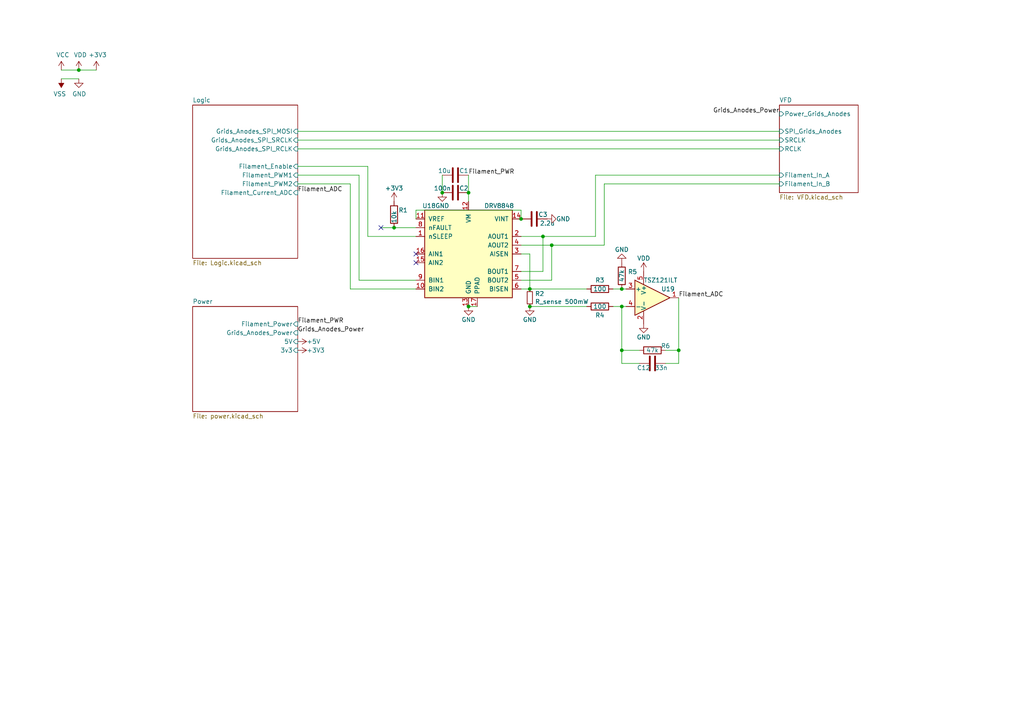
<source format=kicad_sch>
(kicad_sch (version 20211123) (generator eeschema)
  (paper "A4")
  (lib_symbols
    (symbol "Amplifier_Operational:NCS325" (pin_names (offset 0.127))
      (property "Reference" "U" (at 0 6.35 0))
      (property "Value" "NCS325" (at 0 3.81 0))
      (symbol "NCS325_0_1"
        (polyline (pts (xy -5.08 5.08) (xy 5.08 0) (xy -5.08 -5.08) (xy -5.08 5.08)) (stroke (width 0.254)) (fill (type background)))
      )
      (symbol "NCS325_1_1"
        (pin output line (at 7.62 0 180) (length 2.54) (name "~") (number "1"))
        (pin power_in line (at -2.54 -7.62 90) (length 3.81) (name "V-") (number "2"))
        (pin input line (at -7.62 2.54 0) (length 2.54) (name "+") (number "3"))
        (pin input line (at -7.62 -2.54 0) (length 2.54) (name "-") (number "4"))
        (pin power_in line (at -2.54 7.62 270) (length 3.81) (name "V+") (number "5"))
      )
    )
    (symbol "Device:C" (pin_numbers hide) (pin_names (offset 0.254))
      (property "Reference" "C" (at 0.635 2.54 0))
      (property "Value" "C" (at 0.635 -2.54 0))
      (symbol "C_0_1"
        (polyline (pts (xy -2.032 -0.762) (xy 2.032 -0.762)) (stroke (width 0.508)))
        (polyline (pts (xy -2.032 0.762) (xy 2.032 0.762)) (stroke (width 0.508)))
      )
      (symbol "C_1_1"
        (pin passive line (at 0 3.81 270) (length 2.794) (name "~") (number "1"))
        (pin passive line (at 0 -3.81 90) (length 2.794) (name "~") (number "2"))
      )
    )
    (symbol "Device:R" (pin_numbers hide) (pin_names (offset 0))
      (property "Reference" "R" (at 2.032 0 90))
      (property "Value" "R" (at 0 0 90))
      (symbol "R_0_1"
        (rectangle (start -1.016 -2.54) (end 1.016 2.54) (stroke (width 0.254)))
      )
      (symbol "R_1_1"
        (pin passive line (at 0 3.81 270) (length 1.27) (name "~") (number "1"))
        (pin passive line (at 0 -3.81 90) (length 1.27) (name "~") (number "2"))
      )
    )
    (symbol "Device:R_Small" (pin_numbers hide) (pin_names (offset 0.254) hide)
      (property "Reference" "R" (at 0.762 0.508 0))
      (property "Value" "R_Small" (at 0.762 -1.016 0))
      (symbol "R_Small_0_1"
        (rectangle (start -0.762 1.778) (end 0.762 -1.778) (stroke (width 0.2032)))
      )
      (symbol "R_Small_1_1"
        (pin passive line (at 0 2.54 270) (length 0.762) (name "~") (number "1"))
        (pin passive line (at 0 -2.54 90) (length 0.762) (name "~") (number "2"))
      )
    )
    (symbol "Driver_Motor:DRV8848" (pin_names (offset 1.016))
      (property "Reference" "U" (at -11.43 14.224 0))
      (property "Value" "DRV8848" (at 7.366 14.224 0))
      (symbol "DRV8848_0_1"
        (rectangle (start -12.7 12.7) (end 12.7 -12.7) (stroke (width 0.254)) (fill (type background)))
      )
      (symbol "DRV8848_1_1"
        (pin input line (at -15.24 5.08 0) (length 2.54) (name "nSLEEP") (number "1"))
        (pin input line (at -15.24 -10.16 0) (length 2.54) (name "BIN2") (number "10"))
        (pin input line (at -15.24 10.16 0) (length 2.54) (name "VREF") (number "11"))
        (pin power_in line (at 0 15.24 270) (length 2.54) (name "VM") (number "12"))
        (pin power_in line (at 0 -15.24 90) (length 2.54) (name "GND") (number "13"))
        (pin passive line (at 15.24 10.16 180) (length 2.54) (name "VINT") (number "14"))
        (pin input line (at -15.24 -2.54 0) (length 2.54) (name "AIN2") (number "15"))
        (pin input line (at -15.24 0 0) (length 2.54) (name "AIN1") (number "16"))
        (pin power_in line (at 2.54 -15.24 90) (length 2.54) (name "PPAD") (number "17"))
        (pin output line (at 15.24 5.08 180) (length 2.54) (name "AOUT1") (number "2"))
        (pin passive line (at 15.24 0 180) (length 2.54) (name "AISEN") (number "3"))
        (pin output line (at 15.24 2.54 180) (length 2.54) (name "AOUT2") (number "4"))
        (pin output line (at 15.24 -7.62 180) (length 2.54) (name "BOUT2") (number "5"))
        (pin passive line (at 15.24 -10.16 180) (length 2.54) (name "BISEN") (number "6"))
        (pin output line (at 15.24 -5.08 180) (length 2.54) (name "BOUT1") (number "7"))
        (pin open_collector line (at -15.24 7.62 0) (length 2.54) (name "nFAULT") (number "8"))
        (pin input line (at -15.24 -7.62 0) (length 2.54) (name "BIN1") (number "9"))
      )
    )
    (symbol "power:+3V3" (power) (pin_names (offset 0))
      (property "Value" "+3V3" (at 0 3.556 0))
      (symbol "+3V3_0_1"
        (polyline (pts (xy -0.762 1.27) (xy 0 2.54)))
        (polyline (pts (xy 0 0) (xy 0 2.54)))
        (polyline (pts (xy 0 2.54) (xy 0.762 1.27)))
      )
      (symbol "+3V3_1_1"
        (pin power_in line (at 0 0 90) (length 0) hide (name "+3V3") (number "1"))
      )
    )
    (symbol "power:+5V" (power) (pin_names (offset 0))
      (property "Value" "+5V" (at 0 3.556 0))
      (symbol "+5V_0_1"
        (polyline (pts (xy -0.762 1.27) (xy 0 2.54)))
        (polyline (pts (xy 0 0) (xy 0 2.54)))
        (polyline (pts (xy 0 2.54) (xy 0.762 1.27)))
      )
      (symbol "+5V_1_1"
        (pin power_in line (at 0 0 90) (length 0) hide (name "+5V") (number "1"))
      )
    )
    (symbol "power:GND" (power) (pin_names (offset 0))
      (property "Value" "GND" (at 0 -3.81 0))
      (symbol "GND_0_1"
        (polyline (pts (xy 0 0) (xy 0 -1.27) (xy 1.27 -1.27) (xy 0 -2.54) (xy -1.27 -1.27) (xy 0 -1.27)))
      )
      (symbol "GND_1_1"
        (pin power_in line (at 0 0 270) (length 0) hide (name "GND") (number "1"))
      )
    )
    (symbol "power:VCC" (power) (pin_names (offset 0))
      (property "Value" "VCC" (at 0 3.81 0))
      (symbol "VCC_0_1"
        (polyline (pts (xy -0.762 1.27) (xy 0 2.54)))
        (polyline (pts (xy 0 0) (xy 0 2.54)))
        (polyline (pts (xy 0 2.54) (xy 0.762 1.27)))
      )
      (symbol "VCC_1_1"
        (pin power_in line (at 0 0 90) (length 0) hide (name "VCC") (number "1"))
      )
    )
    (symbol "power:VDD" (power) (pin_names (offset 0))
      (property "Value" "VDD" (at 0 3.81 0))
      (symbol "VDD_0_1"
        (polyline (pts (xy -0.762 1.27) (xy 0 2.54)))
        (polyline (pts (xy 0 0) (xy 0 2.54)))
        (polyline (pts (xy 0 2.54) (xy 0.762 1.27)))
      )
      (symbol "VDD_1_1"
        (pin power_in line (at 0 0 90) (length 0) hide (name "VDD") (number "1"))
      )
    )
    (symbol "power:VSS" (power) (pin_names (offset 0))
      (property "Value" "VSS" (at 0 3.81 0))
      (symbol "VSS_0_1"
        (polyline (pts (xy 0 0) (xy 0 2.54)))
        (polyline (pts (xy 0.762 1.27) (xy -0.762 1.27) (xy 0 2.54) (xy 0.762 1.27)) (fill (type outline)))
      )
      (symbol "VSS_1_1"
        (pin power_in line (at 0 0 90) (length 0) hide (name "VSS") (number "1"))
      )
    )
  )
  (junction (at 180.34 83.82))
  (junction (at 22.86 20.32))
  (junction (at 153.67 83.82))
  (junction (at 128.27 55.88))
  (junction (at 153.67 88.9))
  (junction (at 151.13 63.5))
  (junction (at 196.85 101.6))
  (junction (at 180.34 101.6))
  (junction (at 114.3 66.04))
  (junction (at 180.34 88.9))
  (junction (at 157.48 68.58))
  (junction (at 135.89 88.9))
  (junction (at 135.89 55.88))
  (junction (at 160.02 71.12))
  (no_connect (at 110.49 66.04))
  (no_connect (at 120.65 76.2))
  (no_connect (at 120.65 73.66))
  (wire (pts (xy 128.27 50.8) (xy 128.27 55.88)))
  (wire (pts (xy 106.68 68.58) (xy 120.65 68.58)))
  (wire (pts (xy 101.6 53.34) (xy 101.6 83.82)))
  (wire (pts (xy 180.34 88.9) (xy 180.34 101.6)))
  (wire (pts (xy 151.13 81.28) (xy 160.02 81.28)))
  (wire (pts (xy 196.85 101.6) (xy 193.04 101.6)))
  (wire (pts (xy 180.34 105.41) (xy 185.42 105.41)))
  (wire (pts (xy 86.36 48.26) (xy 106.68 48.26)))
  (wire (pts (xy 86.36 53.34) (xy 101.6 53.34)))
  (wire (pts (xy 17.78 22.86) (xy 22.86 22.86)))
  (wire (pts (xy 153.67 73.66) (xy 153.67 83.82)))
  (wire (pts (xy 196.85 105.41) (xy 196.85 101.6)))
  (wire (pts (xy 135.89 58.42) (xy 135.89 55.88)))
  (wire (pts (xy 86.36 38.1) (xy 226.06 38.1)))
  (wire (pts (xy 135.89 88.9) (xy 138.43 88.9)))
  (wire (pts (xy 120.65 60.96) (xy 151.13 60.96)))
  (wire (pts (xy 114.3 66.04) (xy 120.65 66.04)))
  (wire (pts (xy 153.67 88.9) (xy 170.18 88.9)))
  (wire (pts (xy 160.02 81.28) (xy 160.02 71.12)))
  (wire (pts (xy 180.34 101.6) (xy 180.34 105.41)))
  (wire (pts (xy 181.61 83.82) (xy 180.34 83.82)))
  (wire (pts (xy 86.36 40.64) (xy 226.06 40.64)))
  (wire (pts (xy 120.65 63.5) (xy 120.65 60.96)))
  (wire (pts (xy 151.13 68.58) (xy 157.48 68.58)))
  (wire (pts (xy 175.26 71.12) (xy 160.02 71.12)))
  (wire (pts (xy 157.48 78.74) (xy 157.48 68.58)))
  (wire (pts (xy 151.13 78.74) (xy 157.48 78.74)))
  (wire (pts (xy 106.68 48.26) (xy 106.68 68.58)))
  (wire (pts (xy 157.48 68.58) (xy 172.72 68.58)))
  (wire (pts (xy 135.89 55.88) (xy 135.89 50.8)))
  (wire (pts (xy 17.78 20.32) (xy 22.86 20.32)))
  (wire (pts (xy 86.36 50.8) (xy 104.14 50.8)))
  (wire (pts (xy 177.8 88.9) (xy 180.34 88.9)))
  (wire (pts (xy 177.8 83.82) (xy 180.34 83.82)))
  (wire (pts (xy 172.72 68.58) (xy 172.72 50.8)))
  (wire (pts (xy 172.72 50.8) (xy 226.06 50.8)))
  (wire (pts (xy 180.34 101.6) (xy 185.42 101.6)))
  (wire (pts (xy 153.67 83.82) (xy 170.18 83.82)))
  (wire (pts (xy 181.61 88.9) (xy 180.34 88.9)))
  (wire (pts (xy 86.36 43.18) (xy 226.06 43.18)))
  (wire (pts (xy 196.85 86.36) (xy 196.85 101.6)))
  (wire (pts (xy 226.06 53.34) (xy 175.26 53.34)))
  (wire (pts (xy 104.14 81.28) (xy 120.65 81.28)))
  (wire (pts (xy 114.3 66.04) (xy 110.49 66.04)))
  (wire (pts (xy 22.86 20.32) (xy 27.94 20.32)))
  (wire (pts (xy 104.14 50.8) (xy 104.14 81.28)))
  (wire (pts (xy 151.13 73.66) (xy 153.67 73.66)))
  (wire (pts (xy 151.13 83.82) (xy 153.67 83.82)))
  (wire (pts (xy 193.04 105.41) (xy 196.85 105.41)))
  (wire (pts (xy 151.13 60.96) (xy 151.13 63.5)))
  (wire (pts (xy 175.26 53.34) (xy 175.26 71.12)))
  (wire (pts (xy 160.02 71.12) (xy 151.13 71.12)))
  (wire (pts (xy 101.6 83.82) (xy 120.65 83.82)))
  (label "Filament_PWR" (at 86.36 93.98 0))
  (label "Filament_PWR" (at 135.89 50.8 0))
  (label "Grids_Anodes_Power" (at 86.36 96.52 0))
  (label "Filament_ADC" (at 196.85 86.36 0))
  (label "Filament_ADC" (at 86.36 55.88 0))
  (label "Grids_Anodes_Power" (at 226.06 33.02 180))
  (symbol (lib_id "Driver_Motor:DRV8848") (at 135.89 73.66 0) (unit 1)
    (property "Reference" "U18" (at 124.46 59.69 0))
    (property "Value" "DRV8848" (at 144.78 59.69 0))
    (property "Footprint" "Package_SO:TSSOP-16-1EP_4.4x5mm_P0.65mm" (effects hide))
    (property "Datasheet" "http://www.ti.com/lit/ds/symlink/drv8848.pdf" (effects hide))
  )
  (symbol (lib_id "Device:R_Small") (at 153.67 86.36 0) (unit 1)
    (property "Reference" "R2" (at 155.1686 85.1916 0) (effects (justify left)))
    (property "Value" "R_sense 500mW" (at 155.1686 87.503 0) (effects (justify left)))
    (property "Footprint" "Resistor_SMD:R_1206_3216Metric_Pad1.42x1.75mm_HandSolder" (effects hide))
  )
  (symbol (lib_id "Device:C") (at 154.94 63.5 270) (unit 1)
    (property "Reference" "C3" (at 157.48 62.23 90))
    (property "Value" "2.2u" (at 158.75 64.77 90))
    (property "Footprint" "Capacitor_SMD:C_0805_2012Metric_Pad1.15x1.40mm_HandSolder" (effects hide))
    (property "Datasheet" "https://fr.rs-online.com/web/p/condensateurs-ceramique-multicouche/1464271/" (effects hide))
  )
  (symbol (lib_id "Device:C") (at 132.08 55.88 90) (unit 1)
    (property "Reference" "C2" (at 135.89 54.61 90) (effects (justify left)))
    (property "Value" "100n" (at 130.81 54.61 90) (effects (justify left)))
    (property "Footprint" "Capacitor_SMD:C_0805_2012Metric_Pad1.15x1.40mm_HandSolder" (effects hide))
  )
  (symbol (lib_id "Device:C") (at 132.08 50.8 90) (unit 1)
    (property "Reference" "C1" (at 135.89 49.53 90) (effects (justify left)))
    (property "Value" "10u" (at 130.81 49.53 90) (effects (justify left)))
    (property "Footprint" "Capacitor_SMD:C_1206_3216Metric_Pad1.42x1.75mm_HandSolder" (effects hide))
    (property "Datasheet" "https://fr.rs-online.com/web/p/condensateurs-ceramique-multicouche/6530620/" (effects hide))
  )
  (symbol (lib_id "Device:R") (at 114.3 62.23 180) (unit 1)
    (property "Reference" "R1" (at 115.57 60.96 0) (effects (justify right)))
    (property "Value" "10k" (at 114.3 64.77 90) (effects (justify right)))
    (property "Footprint" "Resistor_SMD:R_0805_2012Metric_Pad1.15x1.40mm_HandSolder" (effects hide))
  )
  (symbol (lib_id "power:+3V3") (at 114.3 58.42 0) (unit 1)
    (property "Reference" "#PWR01" (effects hide))
    (property "Value" "+3V3" (at 114.3 54.61 0))
  )
  (symbol (lib_id "power:+5V") (at 86.36 99.06 270) (unit 1)
    (property "Reference" "#PWR0162" (effects hide))
    (property "Value" "+5V" (at 88.9 99.06 90) (effects (justify left)))
  )
  (symbol (lib_id "power:+3V3") (at 86.36 101.6 270) (unit 1)
    (property "Reference" "#PWR0163" (effects hide))
    (property "Value" "+3V3" (at 88.9 101.6 90) (effects (justify left)))
  )
  (symbol (lib_id "power:GND") (at 128.27 55.88 0) (unit 1)
    (property "Reference" "#PWR0129" (effects hide))
    (property "Value" "GND" (at 128.27 59.69 0))
  )
  (symbol (lib_id "power:GND") (at 158.75 63.5 90) (unit 1)
    (property "Reference" "#PWR0130" (effects hide))
    (property "Value" "GND" (at 161.29 63.5 90) (effects (justify right)))
  )
  (symbol (lib_id "power:GND") (at 153.67 88.9 0) (unit 1)
    (property "Reference" "#PWR0131" (effects hide))
    (property "Value" "GND" (at 153.67 92.71 0))
  )
  (symbol (lib_id "power:GND") (at 135.89 88.9 0) (unit 1)
    (property "Reference" "#PWR0132" (effects hide))
    (property "Value" "GND" (at 135.89 92.71 0))
  )
  (symbol (lib_id "Amplifier_Operational:NCS325") (at 189.23 86.36 0) (unit 1)
    (property "Reference" "U19" (at 191.77 83.82 0) (effects (justify left)))
    (property "Value" "TSZ121ILT" (at 186.69 81.28 0) (effects (justify left)))
    (property "Footprint" "Package_TO_SOT_SMD:SOT-23-5" (effects hide))
    (property "Datasheet" "https://www.st.com/resource/en/datasheet/tsz124.pdf" (effects hide))
  )
  (symbol (lib_id "power:GND") (at 186.69 93.98 0) (unit 1)
    (property "Reference" "#PWR0133" (effects hide))
    (property "Value" "GND" (at 186.69 97.79 0))
  )
  (symbol (lib_id "power:VDD") (at 186.69 78.74 0) (unit 1)
    (property "Reference" "#PWR0134" (effects hide))
    (property "Value" "VDD" (at 186.69 74.93 0))
  )
  (symbol (lib_id "Device:R") (at 189.23 101.6 270) (unit 1)
    (property "Reference" "R6" (at 193.04 100.33 90))
    (property "Value" "47k" (at 189.23 101.6 90))
    (property "Footprint" "Resistor_SMD:R_0805_2012Metric_Pad1.15x1.40mm_HandSolder" (effects hide))
  )
  (symbol (lib_id "Device:C") (at 189.23 105.41 270) (unit 1)
    (property "Reference" "C12" (at 186.69 106.68 90))
    (property "Value" "33n" (at 191.77 106.68 90))
    (property "Footprint" "Capacitor_SMD:C_0805_2012Metric_Pad1.15x1.40mm_HandSolder" (effects hide))
  )
  (symbol (lib_id "Device:R") (at 180.34 80.01 0) (unit 1)
    (property "Reference" "R5" (at 182.118 78.8416 0) (effects (justify left)))
    (property "Value" "47k" (at 180.34 80.01 90))
    (property "Footprint" "Resistor_SMD:R_0805_2012Metric_Pad1.15x1.40mm_HandSolder" (effects hide))
  )
  (symbol (lib_id "power:GND") (at 180.34 76.2 180) (unit 1)
    (property "Reference" "#PWR0135" (effects hide))
    (property "Value" "GND" (at 180.34 72.39 0))
  )
  (symbol (lib_id "Device:R") (at 173.99 83.82 270) (unit 1)
    (property "Reference" "R3" (at 173.99 81.28 90))
    (property "Value" "100" (at 173.99 83.82 90))
    (property "Footprint" "Resistor_SMD:R_0805_2012Metric_Pad1.15x1.40mm_HandSolder" (effects hide))
  )
  (symbol (lib_id "Device:R") (at 173.99 88.9 270) (unit 1)
    (property "Reference" "R4" (at 173.99 91.44 90))
    (property "Value" "100" (at 173.99 88.9 90))
    (property "Footprint" "Resistor_SMD:R_0805_2012Metric_Pad1.15x1.40mm_HandSolder" (effects hide))
  )
  (symbol (lib_id "power:VCC") (at 17.78 20.32 0) (unit 1)
    (property "Reference" "#PWR0137" (effects hide))
    (property "Value" "VCC" (at 18.2118 15.9258 0))
  )
  (symbol (lib_id "power:VDD") (at 22.86 20.32 0) (unit 1)
    (property "Reference" "#PWR0138" (effects hide))
    (property "Value" "VDD" (at 23.2918 15.9258 0))
  )
  (symbol (lib_id "power:+3V3") (at 27.94 20.32 0) (unit 1)
    (property "Reference" "#PWR0139" (effects hide))
    (property "Value" "+3V3" (at 28.321 15.9258 0))
  )
  (symbol (lib_id "power:VSS") (at 17.78 22.86 180) (unit 1)
    (property "Reference" "#PWR0140" (effects hide))
    (property "Value" "VSS" (at 17.3228 27.2542 0))
  )
  (symbol (lib_id "power:GND") (at 22.86 22.86 0) (unit 1)
    (property "Reference" "#PWR0141" (effects hide))
    (property "Value" "GND" (at 22.987 27.2542 0))
  )
  (sheet (at 55.88 30.48) (size 30.48 44.45)
    (property "Sheet name" "Logic" (at 55.88 29.7684 0) (effects (justify left bottom)))
    (property "Sheet file" "Logic.kicad_sch" (at 55.88 75.5146 0) (effects (justify left top)))
    (pin "Filament_PWM2" input (at 86.36 53.34 0))
    (pin "Filament_Enable" input (at 86.36 48.26 0))
    (pin "Filament_PWM1" input (at 86.36 50.8 0))
    (pin "Filament_Current_ADC" input (at 86.36 55.88 0))
    (pin "Grids_Anodes_SPI_RCLK" input (at 86.36 43.18 0))
    (pin "Grids_Anodes_SPI_MOSI" input (at 86.36 38.1 0))
    (pin "Grids_Anodes_SPI_SRCLK" input (at 86.36 40.64 0))
  )
  (sheet (at 226.06 30.48) (size 22.86 25.4)
    (property "Sheet name" "VFD" (at 226.06 29.7684 0) (effects (justify left bottom)))
    (property "Sheet file" "VFD.kicad_sch" (at 226.06 56.4646 0) (effects (justify left top)))
    (pin "SPI_Grids_Anodes" input (at 226.06 38.1 180))
    (pin "RCLK" input (at 226.06 43.18 180))
    (pin "SRCLK" input (at 226.06 40.64 180))
    (pin "Power_Grids_Anodes" input (at 226.06 33.02 180))
    (pin "Filament_In_B" input (at 226.06 53.34 180))
    (pin "Filament_In_A" input (at 226.06 50.8 180))
  )
  (sheet (at 55.88 88.9) (size 30.48 30.48)
    (property "Sheet name" "Power" (at 55.88 88.1884 0) (effects (justify left bottom)))
    (property "Sheet file" "power.kicad_sch" (at 55.88 119.9646 0) (effects (justify left top)))
    (pin "Filament_Power" input (at 86.36 93.98 0))
    (pin "Grids_Anodes_Power" input (at 86.36 96.52 0))
    (pin "5V" input (at 86.36 99.06 0))
    (pin "3v3" input (at 86.36 101.6 0))
  )
)
</source>
